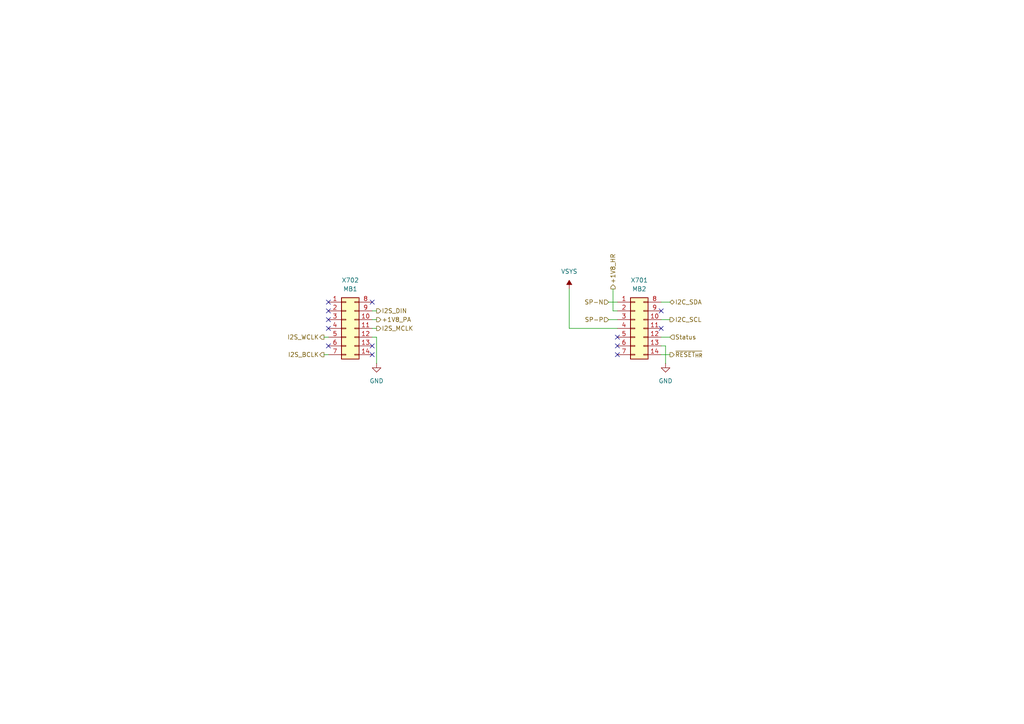
<source format=kicad_sch>
(kicad_sch (version 20250114) (generator "eeschema") (generator_version "9.0")
  (paper "A4")
  (title_block (title "Connectors") (date "2025-07-13") (rev "${REVISION}") (company "${COMPANY}"))
  (lib_symbols
    (symbol "Connector_Generic:Conn_02x07_Top_Bottom" (pin_names (offset 1.016) (hide yes))
      (property "Reference" "J" (at 1.27 10.16 0))
      (property "Value" "Conn_02x07_Top_Bottom" (at 1.27 -10.16 0))
      (symbol "Conn_02x07_Top_Bottom_1_1"
        (rectangle (start -1.27 8.89) (end 3.81 -8.89) (stroke (width 0.254)) (fill (type background)))
        (rectangle (start -1.27 7.747) (end 0 7.493) (stroke (width 0.1524)))
        (rectangle (start -1.27 5.207) (end 0 4.953) (stroke (width 0.1524)))
        (rectangle (start -1.27 2.667) (end 0 2.413) (stroke (width 0.1524)))
        (rectangle (start -1.27 0.127) (end 0 -0.127) (stroke (width 0.1524)))
        (rectangle (start -1.27 -2.413) (end 0 -2.667) (stroke (width 0.1524)))
        (rectangle (start -1.27 -4.953) (end 0 -5.207) (stroke (width 0.1524)))
        (rectangle (start -1.27 -7.493) (end 0 -7.747) (stroke (width 0.1524)))
        (rectangle (start 3.81 7.747) (end 2.54 7.493) (stroke (width 0.1524)))
        (rectangle (start 3.81 5.207) (end 2.54 4.953) (stroke (width 0.1524)))
        (rectangle (start 3.81 2.667) (end 2.54 2.413) (stroke (width 0.1524)))
        (rectangle (start 3.81 0.127) (end 2.54 -0.127) (stroke (width 0.1524)))
        (rectangle (start 3.81 -2.413) (end 2.54 -2.667) (stroke (width 0.1524)))
        (rectangle (start 3.81 -4.953) (end 2.54 -5.207) (stroke (width 0.1524)))
        (rectangle (start 3.81 -7.493) (end 2.54 -7.747) (stroke (width 0.1524)))
        (pin passive line (at -5.08 7.62 0) (length 3.81) (name "Pin_1") (number "1"))
        (pin passive line (at -5.08 5.08 0) (length 3.81) (name "Pin_2") (number "2"))
        (pin passive line (at -5.08 2.54 0) (length 3.81) (name "Pin_3") (number "3"))
        (pin passive line (at -5.08 0 0) (length 3.81) (name "Pin_4") (number "4"))
        (pin passive line (at -5.08 -2.54 0) (length 3.81) (name "Pin_5") (number "5"))
        (pin passive line (at -5.08 -5.08 0) (length 3.81) (name "Pin_6") (number "6"))
        (pin passive line (at -5.08 -7.62 0) (length 3.81) (name "Pin_7") (number "7"))
        (pin passive line (at 7.62 7.62 180) (length 3.81) (name "Pin_8") (number "8"))
        (pin passive line (at 7.62 5.08 180) (length 3.81) (name "Pin_9") (number "9"))
        (pin passive line (at 7.62 2.54 180) (length 3.81) (name "Pin_10") (number "10"))
        (pin passive line (at 7.62 0 180) (length 3.81) (name "Pin_11") (number "11"))
        (pin passive line (at 7.62 -2.54 180) (length 3.81) (name "Pin_12") (number "12"))
        (pin passive line (at 7.62 -5.08 180) (length 3.81) (name "Pin_13") (number "13"))
        (pin passive line (at 7.62 -7.62 180) (length 3.81) (name "Pin_14") (number "14"))
      )
    )
    (symbol "power:GND" (power) (pin_numbers (hide yes)) (pin_names (offset 0) (hide yes))
      (property "Value" "GND" (at 0 -3.81 0))
      (symbol "GND_0_1"
        (polyline (pts (xy 0 0) (xy 0 -1.27) (xy 1.27 -1.27) (xy 0 -2.54) (xy -1.27 -1.27) (xy 0 -1.27)))
      )
      (symbol "GND_1_1"
        (pin power_in line (at 0 0 270) (length 0) (name "~") (number "1"))
      )
    )
    (symbol "power:VS" (power) (pin_numbers (hide yes)) (pin_names (offset 0) (hide yes))
      (property "Value" "VS" (at 0 3.556 0))
      (symbol "VS_0_1"
        (polyline (pts (xy 0 0) (xy 0 2.54)))
        (polyline (pts (xy 0.762 1.27) (xy -0.762 1.27) (xy 0 2.54) (xy 0.762 1.27)) (fill (type outline)))
      )
      (symbol "VS_1_1"
        (pin power_in line (at 0 0 90) (length 0) (name "~") (number "1"))
      )
    )
  )
  (no_connect (at 95.25 87.63))
  (no_connect (at 107.95 102.87))
  (no_connect (at 107.95 100.33))
  (no_connect (at 179.07 102.87))
  (no_connect (at 95.25 100.33))
  (no_connect (at 95.25 90.17))
  (no_connect (at 95.25 92.71))
  (no_connect (at 95.25 95.25))
  (no_connect (at 179.07 100.33))
  (no_connect (at 107.95 87.63))
  (no_connect (at 191.77 95.25))
  (no_connect (at 191.77 90.17))
  (no_connect (at 179.07 97.79))
  (wire (pts (xy 191.77 97.79) (xy 194.31 97.79)))
  (wire (pts (xy 191.77 102.87) (xy 194.31 102.87)))
  (wire (pts (xy 165.1 95.25) (xy 179.07 95.25)))
  (wire (pts (xy 109.22 97.79) (xy 109.22 105.41)))
  (wire (pts (xy 177.8 83.82) (xy 177.8 90.17)))
  (wire (pts (xy 107.95 92.71) (xy 109.22 92.71)))
  (wire (pts (xy 177.8 90.17) (xy 179.07 90.17)))
  (wire (pts (xy 93.98 102.87) (xy 95.25 102.87)))
  (wire (pts (xy 107.95 95.25) (xy 109.22 95.25)))
  (wire (pts (xy 176.53 87.63) (xy 179.07 87.63)))
  (wire (pts (xy 107.95 97.79) (xy 109.22 97.79)))
  (wire (pts (xy 176.53 92.71) (xy 179.07 92.71)))
  (wire (pts (xy 107.95 90.17) (xy 109.22 90.17)))
  (wire (pts (xy 165.1 83.82) (xy 165.1 95.25)))
  (wire (pts (xy 191.77 87.63) (xy 194.31 87.63)))
  (wire (pts (xy 93.98 97.79) (xy 95.25 97.79)))
  (wire (pts (xy 193.04 100.33) (xy 193.04 105.41)))
  (wire (pts (xy 191.77 92.71) (xy 194.31 92.71)))
  (wire (pts (xy 191.77 100.33) (xy 193.04 100.33)))
  (hierarchical_label "I2C_SDA" (shape bidirectional) (at 194.31 87.63 0))
  (hierarchical_label "I2S_WCLK" (shape output) (at 93.98 97.79 180))
  (hierarchical_label "Status" (shape input) (at 194.31 97.79 0))
  (hierarchical_label "I2S_MCLK" (shape output) (at 109.22 95.25 0))
  (hierarchical_label "I2C_SCL" (shape output) (at 194.31 92.71 0))
  (hierarchical_label "+1V8_HR" (shape output) (at 177.8 83.82 90))
  (hierarchical_label "SP-N" (shape input) (at 176.53 87.63 180))
  (hierarchical_label "SP-P" (shape input) (at 176.53 92.71 180))
  (hierarchical_label "+1V8_PA" (shape output) (at 109.22 92.71 0))
  (hierarchical_label "I2S_DIN" (shape output) (at 109.22 90.17 0))
  (hierarchical_label "~{RESET_{HR}}" (shape output) (at 194.31 102.87 0))
  (hierarchical_label "I2S_BCLK" (shape output) (at 93.98 102.87 180))
  (symbol (lib_id "power:GND") (at 109.22 105.41 0) (unit 1)
    (property "Reference" "#PWR0704" (effects (hide yes)))
    (property "Value" "GND" (at 109.22 110.49 0))
    (property "Description" "Power symbol creates a global label with name \"GND\" , ground" (effects (hide yes)))
  )
  (symbol (lib_id "power:GND") (at 193.04 105.41 0) (unit 1)
    (property "Reference" "#PWR0703" (effects (hide yes)))
    (property "Value" "GND" (at 193.04 110.49 0))
    (property "Description" "Power symbol creates a global label with name \"GND\" , ground" (effects (hide yes)))
  )
  (symbol (lib_id "power:VS") (at 165.1 83.82 0) (unit 1)
    (property "Reference" "#PWR0701" (effects (hide yes)))
    (property "Value" "VSYS" (at 165.1 78.74 0))
    (property "Description" "Power symbol creates a global label with name \"VS\"" (effects (hide yes)))
  )
  (symbol (lib_id "Connector_Generic:Conn_02x07_Top_Bottom") (at 184.15 95.25 0) (unit 1)
    (property "Reference" "X701" (at 185.42 81.28 0))
    (property "Value" "MB2" (at 185.42 83.82 0))
    (property "Footprint" "Amphenol:101P014FB110" (effects (hide yes)))
    (property "Datasheet" "https://cdn.amphenol-cs.com/media/wysiwyg/files/drawing/101p014fb110.pdf" (effects (hide yes)))
    (property "Description" "Generic connector, double row, 02x07, top/bottom pin numbering scheme (row 1: 1...pins_per_row, row2: pins_per_row+1 ... num_pins), script generated (kicad-library-utils/schlib/autogen/connector/)" (effects (hide yes)))
    (property "manf" "Amphenol Aorora" (effects (hide yes)))
    (property "manf#" "101P014FB110" (effects (hide yes)))
    (property "mouser#" "649-101P014FB110" (effects (hide yes)))
  )
  (symbol (lib_id "Connector_Generic:Conn_02x07_Top_Bottom") (at 100.33 95.25 0) (unit 1)
    (property "Reference" "X702" (at 101.6 81.28 0))
    (property "Value" "MB1" (at 101.6 83.82 0))
    (property "Footprint" "Amphenol:101P014FB110" (effects (hide yes)))
    (property "Datasheet" "https://cdn.amphenol-cs.com/media/wysiwyg/files/drawing/101p014fb110.pdf" (effects (hide yes)))
    (property "Description" "Generic connector, double row, 02x07, top/bottom pin numbering scheme (row 1: 1...pins_per_row, row2: pins_per_row+1 ... num_pins), script generated (kicad-library-utils/schlib/autogen/connector/)" (effects (hide yes)))
    (property "manf" "Amphenol Aorora" (effects (hide yes)))
    (property "manf#" "101P014FB110" (effects (hide yes)))
    (property "mouser#" "649-101P014FB110" (effects (hide yes)))
  )
)
</source>
